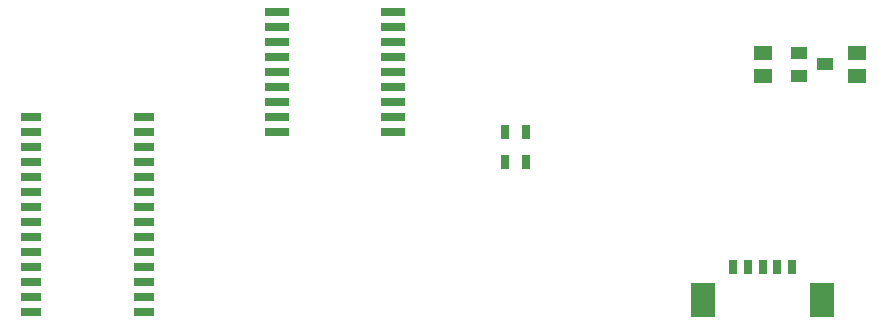
<source format=gtp>
G75*
%MOIN*%
%OFA0B0*%
%FSLAX24Y24*%
%IPPOS*%
%LPD*%
%AMOC8*
5,1,8,0,0,1.08239X$1,22.5*
%
%ADD10R,0.0669X0.0256*%
%ADD11R,0.0800X0.0260*%
%ADD12R,0.0591X0.0512*%
%ADD13R,0.0551X0.0394*%
%ADD14R,0.0315X0.0472*%
%ADD15R,0.0315X0.0512*%
%ADD16R,0.0827X0.1181*%
D10*
X003798Y000930D03*
X003798Y001430D03*
X003798Y001930D03*
X003798Y002430D03*
X003798Y002930D03*
X003798Y003430D03*
X003798Y003930D03*
X003798Y004430D03*
X003798Y004930D03*
X003798Y005430D03*
X003798Y005930D03*
X003798Y006430D03*
X003798Y006930D03*
X003798Y007430D03*
X007562Y007430D03*
X007562Y006930D03*
X007562Y006430D03*
X007562Y005930D03*
X007562Y005430D03*
X007562Y004930D03*
X007562Y004430D03*
X007562Y003930D03*
X007562Y003430D03*
X007562Y002930D03*
X007562Y002430D03*
X007562Y001930D03*
X007562Y001430D03*
X007562Y000930D03*
D11*
X012000Y006930D03*
X012000Y007430D03*
X012000Y007930D03*
X012000Y008430D03*
X012000Y008930D03*
X012000Y009430D03*
X012000Y009930D03*
X012000Y010430D03*
X012000Y010930D03*
X015860Y010930D03*
X015860Y010430D03*
X015860Y009930D03*
X015860Y009430D03*
X015860Y008930D03*
X015860Y008430D03*
X015860Y007930D03*
X015860Y007430D03*
X015860Y006930D03*
D12*
X028180Y008806D03*
X028180Y009554D03*
X031330Y009554D03*
X031330Y008806D03*
D13*
X030263Y009180D03*
X029397Y008806D03*
X029397Y009554D03*
D14*
X020284Y006930D03*
X019576Y006930D03*
X019576Y005930D03*
X020284Y005930D03*
D15*
X027196Y002422D03*
X027688Y002422D03*
X028180Y002422D03*
X028672Y002422D03*
X029164Y002422D03*
D16*
X030168Y001339D03*
X026192Y001339D03*
M02*

</source>
